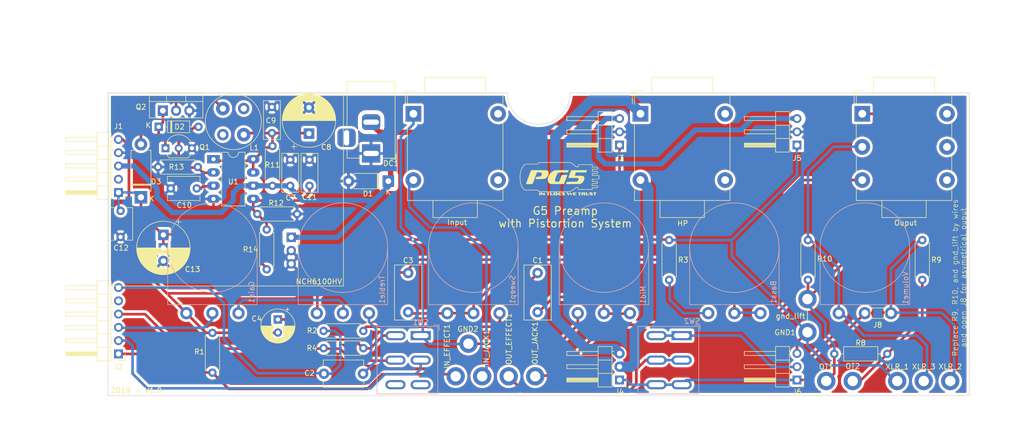
<source format=kicad_pcb>
(kicad_pcb (version 20171130) (host pcbnew "(5.1.0)-1")
  (layers (0 F.Cu signal) (31 B.Cu signal) (34 B.Paste user) (35 F.Paste user) (36 B.SilkS user) (37 F.SilkS user) (38 B.Mask user) (39 F.Mask user) (44 Edge.Cuts user))
  (net 0 "")
  (net 1 +24V)
  (net 2 "Net-(C1-Pad2)")
  (net 3 "Net-(C1-Pad1)")
  (net 4 "Net-(C2-Pad1)")
  (net 5 "Net-(C4-Pad1)")
  (net 6 "Net-(IN_JACK1-Pad1)")
  (net 7 "Net-(OUT_JACK1-Pad1)")
  (net 8 "Net-(R2-Pad2)")
  (net 9 "Net-(Bass1-Pad1)")
  (net 10 "Net-(Bass1-Pad2)")
  (net 11 "Net-(OUT_EFFECT1-Pad1)")
  (net 12 /SIMCAB_OUT)
  (net 13 "Net-(Gain1-Pad3)")
  (net 14 "Net-(GND1-Pad1)")
  (net 15 "Net-(OT2-Pad1)")
  (net 16 /A_V1A)
  (net 17 /G_V1B)
  (net 18 /IN_EFFECT)
  (net 19 /K_V1B)
  (net 20 "Net-(Ouput1-PadR)")
  (net 21 GNDS)
  (net 22 "Net-(J8-Pad1)")
  (net 23 /PEAK)
  (net 24 "Net-(C10-Pad1)")
  (net 25 "Net-(C11-Pad1)")
  (net 26 /HT2)
  (net 27 "Net-(D2-Pad1)")
  (net 28 "Net-(D2-Pad2)")
  (net 29 /HT1)
  (net 30 GNDREF)
  (net 31 /BOOST)
  (net 32 /LINE_OUT)
  (net 33 /HP2)
  (net 34 /HP1)
  (net 35 "Net-(J1-Pad2)")
  (net 36 "Net-(J2-Pad5)")
  (net 37 "Net-(SW1-Pad3)")
  (net 38 "Net-(SW1-Pad6)")
  (module ProjectLib_main:Jack_6.35mm_Neutrik_NMJ4HCD2_Horizontal (layer F.Cu) (at 182 118.7 90)
    (fp_text reference HP (at -8.3 8.1 180) (layer F.SilkS))
    (fp_text value HP)
    (pad TN thru_hole circle (at 0 16.23 90) (size 3 3) (drill 1.5) (layers *.Cu *.Mask))
    (pad SN thru_hole circle (at 12.7 16.23 90) (size 3 3) (drill 1.5) (layers *.Cu *.Mask))
    (pad T thru_hole circle (at 0 0 90) (size 3 3) (drill 1.5) (layers *.Cu *.Mask) (net 34 /HP1))
    (pad S thru_hole rect (at 12.7 0 90) (size 3 3) (drill 1.5) (layers *.Cu *.Mask) (net 33 /HP2))
  )
  (module ProjectLib_main:Jack_6.35mm_Neutrik_NMJ4HCD2_Horizontal (layer F.Cu) (at 138.5 118.7 90)
    (fp_text reference Input (at -8.1 8.4 180) (layer F.SilkS))
    (fp_text value Input)
    (pad TN thru_hole circle (at 0 16.23 90) (size 3 3) (drill 1.5) (layers *.Cu *.Mask))
    (pad SN thru_hole circle (at 12.7 16.23 90) (size 3 3) (drill 1.5) (layers *.Cu *.Mask))
    (pad T thru_hole circle (at 0 0 90) (size 3 3) (drill 1.5) (layers *.Cu *.Mask) (net 6 "Net-(IN_JACK1-Pad1)"))
    (pad S thru_hole rect (at 12.7 0 90) (size 3 3) (drill 1.5) (layers *.Cu *.Mask) (net 21 GNDS))
  )
  (module Symbol:PG5_Logo_15mm_SilkScreen (layer F.Cu) (at 166.5 118.2)
    (fp_text reference REF** hide)
    (fp_text value PG5_Logo_15mm_SilkScreen hide)
  )
  (module Connector_Audio:Jack_3.5mm_Neutrik_NMJ6HCD2_Horizontal (layer F.Cu) (at 224.5 118.7 90)
    (fp_text reference Ouput (at -8.2 8.3 180) (layer F.SilkS))
    (fp_text value Out)
    (pad S thru_hole rect (at 12.7 0 90) (size 3 3) (drill 1.5) (layers *.Cu *.Mask) (net 14 "Net-(GND1-Pad1)"))
    (pad T thru_hole circle (at 0 0 90) (size 3 3) (drill 1.5) (layers *.Cu *.Mask) (net 7 "Net-(OUT_JACK1-Pad1)"))
    (pad R thru_hole circle (at 6.35 0 90) (size 3 3) (drill 1.5) (layers *.Cu *.Mask) (net 20 "Net-(Ouput1-PadR)"))
    (pad SN thru_hole circle (at 12.7 16.23 90) (size 3 3) (drill 1.5) (layers *.Cu *.Mask))
    (pad TN thru_hole circle (at 0 16.23 90) (size 3 3) (drill 1.5) (layers *.Cu *.Mask))
    (pad RN thru_hole circle (at 6.35 16.23 90) (size 3 3) (drill 1.5) (layers *.Cu *.Mask))
  )
  (module Converter_DCDC:NCH6100HV (layer F.Cu) (at 125.1 139 180)
    (fp_text reference NCH6100HV (at 4.7 0.85 180) (layer F.SilkS))
    (fp_text value NCH6100HV)
    (pad 4 thru_hole rect (at 34.5 7.34 180) (size 1.8 1.8) (drill 1) (layers *.Cu *.Mask) (net 26 /HT2))
    (pad 5 thru_hole circle (at 34.5 4.8 180) (size 1.8 1.8) (drill 1) (layers *.Cu *.Mask) (net 30 GNDREF))
    (pad 1 thru_hole rect (at 10 9.33 180) (size 1.8 1.8) (drill 1) (layers *.Cu *.Mask) (net 1 +24V))
    (pad 2 thru_hole circle (at 10 6.79 180) (size 1.8 1.8) (drill 1) (layers *.Cu *.Mask) (net 30 GNDREF))
    (pad 3 thru_hole circle (at 10 4.25 180) (size 1.8 1.8) (drill 1) (layers *.Cu *.Mask) (net 30 GNDREF))
  )
  (module Capacitor_THT:CP_Radial_D6.3mm_P2.50mm (layer F.Cu) (at 112.54 145.41 270)
    (fp_text reference C4 (at -0.15 4.05) (layer F.SilkS))
    (fp_text value 22µF/35V)
    (pad 2 thru_hole circle (at 2.5 0 270) (size 1.6 1.6) (drill 0.8) (layers *.Cu *.Mask) (net 21 GNDS))
    (pad 1 thru_hole rect (at 0 0 270) (size 1.6 1.6) (drill 0.8) (layers *.Cu *.Mask) (net 5 "Net-(C4-Pad1)"))
  )
  (module Potentiometer_THT:Potentiometer_Omeg_PC16BU_Vertical (layer B.Cu) (at 95 144.2 90)
    (fp_text reference Gain1 (at 4 12.5 90) (layer B.SilkS) (effects (justify mirror)))
    (fp_text value "1M log")
    (pad 3 thru_hole circle (at 0 10 90) (size 2.34 2.34) (drill 1.3) (layers *.Cu *.Mask) (net 13 "Net-(Gain1-Pad3)"))
    (pad 2 thru_hole circle (at 0 5 90) (size 2.34 2.34) (drill 1.3) (layers *.Cu *.Mask) (net 17 /G_V1B))
    (pad 1 thru_hole circle (at 0 0 90) (size 2.34 2.34) (drill 1.3) (layers *.Cu *.Mask) (net 21 GNDS))
  )
  (module Potentiometer_THT:Potentiometer_Omeg_PC16BU_Vertical (layer B.Cu) (at 145 144.2 90)
    (fp_text reference Sweep1 (at 4.5 12.5 90) (layer B.SilkS) (effects (justify mirror)))
    (fp_text value "50k lin")
    (pad 3 thru_hole circle (at 0 10 90) (size 2.34 2.34) (drill 1.3) (layers *.Cu *.Mask) (net 8 "Net-(R2-Pad2)"))
    (pad 2 thru_hole circle (at 0 5 90) (size 2.34 2.34) (drill 1.3) (layers *.Cu *.Mask) (net 3 "Net-(C1-Pad1)"))
    (pad 1 thru_hole circle (at 0 0 90) (size 2.34 2.34) (drill 1.3) (layers *.Cu *.Mask) (net 3 "Net-(C1-Pad1)"))
  )
  (module Potentiometer_THT:Potentiometer_Omeg_PC16BU_Vertical (layer B.Cu) (at 170 144.2 90)
    (fp_text reference Mid1 (at 3.5 12.5 90) (layer B.SilkS) (effects (justify mirror)))
    (fp_text value "100k log")
    (pad 3 thru_hole circle (at 0 10 90) (size 2.34 2.34) (drill 1.3) (layers *.Cu *.Mask) (net 2 "Net-(C1-Pad2)"))
    (pad 2 thru_hole circle (at 0 5 90) (size 2.34 2.34) (drill 1.3) (layers *.Cu *.Mask) (net 2 "Net-(C1-Pad2)"))
    (pad 1 thru_hole circle (at 0 0 90) (size 2.34 2.34) (drill 1.3) (layers *.Cu *.Mask) (net 21 GNDS))
  )
  (module Potentiometer_THT:Potentiometer_Omeg_PC16BU_Vertical (layer B.Cu) (at 120 144.2 90)
    (fp_text reference Treble1 (at 4.5 12.5 90) (layer B.SilkS) (effects (justify mirror)))
    (fp_text value "250k lin")
    (pad 3 thru_hole circle (at 0 10 90) (size 2.34 2.34) (drill 1.3) (layers *.Cu *.Mask) (net 4 "Net-(C2-Pad1)"))
    (pad 2 thru_hole circle (at 0 5 90) (size 2.34 2.34) (drill 1.3) (layers *.Cu *.Mask) (net 13 "Net-(Gain1-Pad3)"))
    (pad 1 thru_hole circle (at 0 0 90) (size 2.34 2.34) (drill 1.3) (layers *.Cu *.Mask) (net 10 "Net-(Bass1-Pad2)"))
  )
  (module Potentiometer_THT:Potentiometer_Omeg_PC16BU_Vertical (layer B.Cu) (at 195 144.2 90)
    (fp_text reference Bass1 (at 4 12.5 90) (layer B.SilkS) (effects (justify mirror)))
    (fp_text value "250k log")
    (pad 3 thru_hole circle (at 0 10 90) (size 2.34 2.34) (drill 1.3) (layers *.Cu *.Mask) (net 10 "Net-(Bass1-Pad2)"))
    (pad 2 thru_hole circle (at 0 5 90) (size 2.34 2.34) (drill 1.3) (layers *.Cu *.Mask) (net 10 "Net-(Bass1-Pad2)"))
    (pad 1 thru_hole circle (at 0 0 90) (size 2.34 2.34) (drill 1.3) (layers *.Cu *.Mask) (net 9 "Net-(Bass1-Pad1)"))
  )
  (module Potentiometer_THT:Potentiometer_Omeg_PC16BU_Vertical (layer B.Cu) (at 220 144.2 90)
    (fp_text reference Volume1 (at 4.8 12.8 90) (layer B.SilkS) (effects (justify mirror)))
    (fp_text value 1k)
    (pad 3 thru_hole circle (at 0 10 90) (size 2.34 2.34) (drill 1.3) (layers *.Cu *.Mask) (net 22 "Net-(J8-Pad1)"))
    (pad 2 thru_hole circle (at 0 5 90) (size 2.34 2.34) (drill 1.3) (layers *.Cu *.Mask) (net 32 /LINE_OUT))
    (pad 1 thru_hole circle (at 0 0 90) (size 2.34 2.34) (drill 1.3) (layers *.Cu *.Mask) (net 20 "Net-(Ouput1-PadR)"))
  )
  (module Diode_THT:D_DO-41_SOD81_P7.62mm_Horizontal (layer F.Cu) (at 133.7 118.9 180)
    (fp_text reference D1 (at 3.9 -2.4) (layer F.SilkS))
    (fp_text value 1N4007)
    (fp_text user K (at 0 -2.1 180) (layer F.SilkS))
    (pad 1 thru_hole rect (at 0 0 180) (size 2.2 2.2) (drill 1.1) (layers *.Cu *.Mask) (net 1 +24V))
    (pad 2 thru_hole oval (at 7.62 0 180) (size 2.2 2.2) (drill 1.1) (layers *.Cu *.Mask) (net 30 GNDREF))
  )
  (module Connector_Wire:SolderWirePad_1x01_Drill2mm (layer F.Cu) (at 222.68 157.2)
    (fp_text reference OT2 (at 0 -2.85) (layer F.SilkS))
    (fp_text value 125A)
    (pad 1 thru_hole circle (at 0 0) (size 3.5 3.5) (drill 2) (layers *.Cu *.Mask) (net 15 "Net-(OT2-Pad1)"))
  )
  (module Connector_Wire:SolderWirePad_1x01_Drill2mm (layer F.Cu) (at 217.6 157.2)
    (fp_text reference OT1 (at 0 -2.73) (layer F.SilkS))
    (fp_text value 125A)
    (pad 1 thru_hole circle (at 0 0) (size 3.5 3.5) (drill 2) (layers *.Cu *.Mask) (net 14 "Net-(GND1-Pad1)"))
  )
  (module Connector_BarrelJack:BarrelJack_Horizontal (layer F.Cu) (at 130.4 113.6 270)
    (fp_text reference DC1 (at 1.9 -3.8) (layer F.SilkS))
    (fp_text value Barrel_Jack)
    (pad 1 thru_hole rect (at 0 0 270) (size 3.5 3.5) (drill oval 1 3) (layers *.Cu *.Mask) (net 30 GNDREF))
    (pad 2 thru_hole roundrect (at -6 0 270) (size 3 3.5) (drill oval 1 3) (layers *.Cu *.Mask) (net 1 +24V))
    (pad 3 thru_hole roundrect (at -3 4.7 270) (size 3.5 3.5) (drill oval 3 1) (layers *.Cu *.Mask))
  )
  (module Connector_Wire:SolderWirePad_1x02_P7.62mm_Drill2mm (layer F.Cu) (at 214 141.5 270)
    (fp_text reference GND1 (at 6.4 4.3) (layer F.SilkS))
    (fp_text value GND)
    (pad 1 thru_hole circle (at 0 0 270) (size 3.5 3.5) (drill 2) (layers *.Cu *.Mask) (net 14 "Net-(GND1-Pad1)"))
    (pad 2 thru_hole circle (at 6.35 0 270) (size 3.5 3.5) (drill 2) (layers *.Cu *.Mask) (net 21 GNDS))
  )
  (module Connector_Wire:SolderWirePad_1x01_Drill2mm (layer F.Cu) (at 231.2 157.2)
    (fp_text reference XLR_1 (at 0 -2.73) (layer F.SilkS))
    (fp_text value 1)
    (pad 1 thru_hole circle (at 0 0) (size 3.5 3.5) (drill 2) (layers *.Cu *.Mask) (net 21 GNDS))
  )
  (module Connector_Wire:SolderWirePad_1x01_Drill2mm (layer F.Cu) (at 241.36 157.2)
    (fp_text reference XLR_2 (at 0 -2.75) (layer F.SilkS))
    (fp_text value 2)
    (pad 1 thru_hole circle (at 0 0) (size 3.5 3.5) (drill 2) (layers *.Cu *.Mask) (net 22 "Net-(J8-Pad1)"))
  )
  (module Connector_Wire:SolderWirePad_1x01_Drill2mm (layer F.Cu) (at 236.28 157.2)
    (fp_text reference XLR_3 (at 0 -2.73) (layer F.SilkS))
    (fp_text value 3)
    (pad 1 thru_hole circle (at 0 0) (size 3.5 3.5) (drill 2) (layers *.Cu *.Mask) (net 20 "Net-(Ouput1-PadR)"))
  )
  (module Capacitor_THT:C_Disc_D7.5mm_W5.0mm_P7.50mm (layer F.Cu) (at 128.86 155.8 180)
    (fp_text reference C2 (at 10.26 0.1) (layer F.SilkS))
    (fp_text value 250pF)
    (pad 1 thru_hole circle (at 0 0 180) (size 2 2) (drill 1) (layers *.Cu *.Mask) (net 4 "Net-(C2-Pad1)"))
    (pad 2 thru_hole circle (at 7.5 0 180) (size 2 2) (drill 1) (layers *.Cu *.Mask) (net 16 /A_V1A))
  )
  (module Jumper:SolderJumper-2_P1.3mm_Open_Pad1.0x1.5mm (layer F.Cu) (at 227.45 144.2 180)
    (fp_text reference J8 (at 0 -2.25 180) (layer F.SilkS))
    (fp_text value "LEVEL 3-2")
    (pad 2 smd rect (at 0.65 0 180) (size 1 1.5) (layers F.Cu F.Mask) (net 32 /LINE_OUT))
    (pad 1 smd rect (at -0.65 0 180) (size 1 1.5) (layers F.Cu F.Mask) (net 22 "Net-(J8-Pad1)"))
  )
  (module Resistor_THT:R_Axial_DIN0207_L6.3mm_D2.5mm_P7.62mm_Horizontal (layer F.Cu) (at 100 155.6 90)
    (fp_text reference R1 (at 4 -2.5) (layer F.SilkS))
    (fp_text value 1M)
    (pad 1 thru_hole circle (at 0 0 90) (size 1.6 1.6) (drill 0.8) (layers *.Cu *.Mask) (net 18 /IN_EFFECT))
    (pad 2 thru_hole oval (at 7.62 0 90) (size 1.6 1.6) (drill 0.8) (layers *.Cu *.Mask) (net 21 GNDS))
  )
  (module Resistor_THT:R_Axial_DIN0207_L6.3mm_D2.5mm_P7.62mm_Horizontal (layer F.Cu) (at 121.3 147.6)
    (fp_text reference R2 (at -2.2 -0.05) (layer F.SilkS))
    (fp_text value 47k)
    (pad 1 thru_hole circle (at 0 0) (size 1.6 1.6) (drill 0.8) (layers *.Cu *.Mask) (net 16 /A_V1A))
    (pad 2 thru_hole oval (at 7.62 0) (size 1.6 1.6) (drill 0.8) (layers *.Cu *.Mask) (net 8 "Net-(R2-Pad2)"))
  )
  (module Resistor_THT:R_Axial_DIN0207_L6.3mm_D2.5mm_P7.62mm_Horizontal (layer F.Cu) (at 187.5 137.82 90)
    (fp_text reference R3 (at 3.82 2.7 180) (layer F.SilkS))
    (fp_text value 15k)
    (pad 1 thru_hole circle (at 0 0 90) (size 1.6 1.6) (drill 0.8) (layers *.Cu *.Mask) (net 9 "Net-(Bass1-Pad1)"))
    (pad 2 thru_hole oval (at 7.62 0 90) (size 1.6 1.6) (drill 0.8) (layers *.Cu *.Mask) (net 21 GNDS))
  )
  (module Resistor_THT:R_Axial_DIN0207_L6.3mm_D2.5mm_P7.62mm_Horizontal (layer F.Cu) (at 121.3 150.9)
    (fp_text reference R4 (at -2.25 0) (layer F.SilkS))
    (fp_text value 100k)
    (pad 2 thru_hole oval (at 7.62 0) (size 1.6 1.6) (drill 0.8) (layers *.Cu *.Mask) (net 5 "Net-(C4-Pad1)"))
    (pad 1 thru_hole circle (at 0 0) (size 1.6 1.6) (drill 0.8) (layers *.Cu *.Mask) (net 19 /K_V1B))
  )
  (module Resistor_THT:R_Axial_DIN0207_L6.3mm_D2.5mm_P10.16mm_Horizontal (layer F.Cu) (at 229.3 152 180)
    (fp_text reference R8 (at 5.1 2.1) (layer F.SilkS))
    (fp_text value 100R/2W)
    (pad 1 thru_hole circle (at 0 0 180) (size 1.6 1.6) (drill 0.8) (layers *.Cu *.Mask) (net 15 "Net-(OT2-Pad1)"))
    (pad 2 thru_hole oval (at 10.16 0 180) (size 1.6 1.6) (drill 0.8) (layers *.Cu *.Mask) (net 14 "Net-(GND1-Pad1)"))
  )
  (module Resistor_THT:R_Axial_DIN0207_L6.3mm_D2.5mm_P7.62mm_Horizontal (layer F.Cu) (at 236 130.2 270)
    (fp_text reference R9 (at 3.8 -2.7) (layer F.SilkS))
    (fp_text value 330R)
    (pad 2 thru_hole oval (at 7.62 0 270) (size 1.6 1.6) (drill 0.8) (layers *.Cu *.Mask) (net 15 "Net-(OT2-Pad1)"))
    (pad 1 thru_hole circle (at 0 0 270) (size 1.6 1.6) (drill 0.8) (layers *.Cu *.Mask) (net 22 "Net-(J8-Pad1)"))
  )
  (module Resistor_THT:R_Axial_DIN0207_L6.3mm_D2.5mm_P7.62mm_Horizontal (layer F.Cu) (at 214.1 130.2 270)
    (fp_text reference R10 (at 3.6 -3.2) (layer F.SilkS))
    (fp_text value 330R)
    (pad 1 thru_hole circle (at 0 0 270) (size 1.6 1.6) (drill 0.8) (layers *.Cu *.Mask) (net 20 "Net-(Ouput1-PadR)"))
    (pad 2 thru_hole oval (at 7.62 0 270) (size 1.6 1.6) (drill 0.8) (layers *.Cu *.Mask) (net 14 "Net-(GND1-Pad1)"))
  )
  (module Connector_Wire:SolderWirePad_1x01_Drill2mm (layer F.Cu) (at 146.6 156.3 90)
    (fp_text reference IN_EFFECT1 (at 5.75 -1.65 90) (layer F.SilkS))
    (fp_text value IN_EFFECT)
    (pad 1 thru_hole circle (at 0 0 90) (size 3.5 3.5) (drill 2) (layers *.Cu *.Mask) (net 18 /IN_EFFECT))
  )
  (module Connector_Wire:SolderWirePad_1x01_Drill2mm (layer F.Cu) (at 151.1 156.3)
    (fp_text reference IN_JACK1 (at 1.4 -5.48 90) (layer F.SilkS))
    (fp_text value IN_JACK)
    (pad 1 thru_hole circle (at 0.58 0) (size 3.5 3.5) (drill 2) (layers *.Cu *.Mask) (net 6 "Net-(IN_JACK1-Pad1)"))
  )
  (module Connector_Wire:SolderWirePad_1x01_Drill2mm (layer F.Cu) (at 155.6 156.3)
    (fp_text reference OUT_EFFECT1 (at 1.2 -7.18 90) (layer F.SilkS))
    (fp_text value 1)
    (pad 1 thru_hole circle (at 1.16 0) (size 3.5 3.5) (drill 2) (layers *.Cu *.Mask) (net 11 "Net-(OUT_EFFECT1-Pad1)"))
  )
  (module Connector_Wire:SolderWirePad_1x01_Drill2mm (layer F.Cu) (at 160.1 156.3)
    (fp_text reference OUT_JACK1 (at 1.7 -6.4 90) (layer F.SilkS))
    (fp_text value 1)
    (pad 1 thru_hole circle (at 1.74 0) (size 3.5 3.5) (drill 2) (layers *.Cu *.Mask) (net 7 "Net-(OUT_JACK1-Pad1)"))
  )
  (module Connector_PinHeader_2.54mm:PinHeader_1x03_P2.54mm_Horizontal (layer F.Cu) (at 178 112 180)
    (fp_text reference J3 (at 0 -2.5 180) (layer F.SilkS))
    (fp_text value PSU_AMP)
    (pad 3 thru_hole oval (at 0 5.08 180) (size 1.7 1.7) (drill 1) (layers *.Cu *.Mask) (net 1 +24V))
    (pad 2 thru_hole oval (at 0 2.54 180) (size 1.7 1.7) (drill 1) (layers *.Cu *.Mask) (net 30 GNDREF))
    (pad 1 thru_hole rect (at 0 0 180) (size 1.7 1.7) (drill 1) (layers *.Cu *.Mask) (net 21 GNDS))
  )
  (module Connector_PinHeader_2.54mm:PinHeader_1x03_P2.54mm_Horizontal (layer F.Cu) (at 212 112 180)
    (fp_text reference J5 (at 0 -2.5 180) (layer F.SilkS))
    (fp_text value PSU_SIMCAB)
    (pad 1 thru_hole rect (at 0 0 180) (size 1.7 1.7) (drill 1) (layers *.Cu *.Mask) (net 21 GNDS))
    (pad 2 thru_hole oval (at 0 2.54 180) (size 1.7 1.7) (drill 1) (layers *.Cu *.Mask) (net 30 GNDREF))
    (pad 3 thru_hole oval (at 0 5.08 180) (size 1.7 1.7) (drill 1) (layers *.Cu *.Mask) (net 1 +24V))
  )
  (module Connector_PinHeader_2.54mm:PinHeader_1x06_P2.54mm_Horizontal (layer F.Cu) (at 82 152 180)
    (fp_text reference J2 (at 0 -2.5 180) (layer F.SilkS))
    (fp_text value PCB_TUBE)
    (pad 1 thru_hole rect (at 0 0 180) (size 1.7 1.7) (drill 1) (layers *.Cu *.Mask) (net 18 /IN_EFFECT))
    (pad 2 thru_hole oval (at 0 2.54 180) (size 1.7 1.7) (drill 1) (layers *.Cu *.Mask) (net 31 /BOOST))
    (pad 3 thru_hole oval (at 0 5.08 180) (size 1.7 1.7) (drill 1) (layers *.Cu *.Mask) (net 17 /G_V1B))
    (pad 4 thru_hole oval (at 0 7.62 180) (size 1.7 1.7) (drill 1) (layers *.Cu *.Mask) (net 19 /K_V1B))
    (pad 5 thru_hole oval (at 0 10.16 180) (size 1.7 1.7) (drill 1) (layers *.Cu *.Mask) (net 36 "Net-(J2-Pad5)"))
    (pad 6 thru_hole oval (at 0 12.7 180) (size 1.7 1.7) (drill 1) (layers *.Cu *.Mask) (net 16 /A_V1A))
  )
  (module Connector_PinHeader_2.54mm:PinHeader_1x03_P2.54mm_Horizontal (layer F.Cu) (at 212 157 180)
    (fp_text reference J6 (at 0 -2.27 180) (layer F.SilkS))
    (fp_text value SIMCAB)
    (pad 1 thru_hole rect (at 0 0 180) (size 1.7 1.7) (drill 1) (layers *.Cu *.Mask) (net 32 /LINE_OUT))
    (pad 2 thru_hole oval (at 0 2.54 180) (size 1.7 1.7) (drill 1) (layers *.Cu *.Mask) (net 12 /SIMCAB_OUT))
    (pad 3 thru_hole oval (at 0 5.08 180) (size 1.7 1.7) (drill 1) (layers *.Cu *.Mask) (net 21 GNDS))
  )
  (module Connector_PinHeader_2.54mm:PinHeader_1x03_P2.54mm_Horizontal (layer F.Cu) (at 178 157 180)
    (fp_text reference J4 (at 0 -2.27 180) (layer F.SilkS))
    (fp_text value AMP)
    (pad 3 thru_hole oval (at 0 5.08 180) (size 1.7 1.7) (drill 1) (layers *.Cu *.Mask) (net 33 /HP2))
    (pad 2 thru_hole oval (at 0 2.54 180) (size 1.7 1.7) (drill 1) (layers *.Cu *.Mask) (net 34 /HP1))
    (pad 1 thru_hole rect (at 0 0 180) (size 1.7 1.7) (drill 1) (layers *.Cu *.Mask) (net 32 /LINE_OUT))
  )
  (module Connector_Wire:SolderWirePad_1x01_Drill2mm (layer F.Cu) (at 149.05 150.05)
    (fp_text reference GND2 (at -0.1 -2.8) (layer F.SilkS))
    (fp_text value MASSE)
    (pad 1 thru_hole circle (at 0 0) (size 3.5 3.5) (drill 2) (layers *.Cu *.Mask) (net 21 GNDS))
  )
  (module Capacitor_THT:C_Rect_L7.2mm_W3.0mm_P5.00mm_FKS2_FKP2_MKS2_MKP2 (layer F.Cu) (at 114.9 119.8 90)
    (fp_text reference C7 (at -2.3 0.1 180) (layer F.SilkS))
    (fp_text value 100n)
    (pad 2 thru_hole circle (at 5 0 90) (size 1.6 1.6) (drill 0.8) (layers *.Cu *.Mask) (net 30 GNDREF))
    (pad 1 thru_hole circle (at 0 0 90) (size 1.6 1.6) (drill 0.8) (layers *.Cu *.Mask) (net 1 +24V))
  )
  (module Capacitor_THT:CP_Radial_D10.0mm_P5.00mm (layer F.Cu) (at 118.5 109.8 90)
    (fp_text reference C8 (at -2.6 3.3 180) (layer F.SilkS))
    (fp_text value 470µ)
    (pad 2 thru_hole circle (at 5 0 90) (size 2 2) (drill 1) (layers *.Cu *.Mask) (net 30 GNDREF))
    (pad 1 thru_hole rect (at 0 0 90) (size 2 2) (drill 1) (layers *.Cu *.Mask) (net 23 /PEAK))
  )
  (module Capacitor_THT:C_Rect_L7.2mm_W3.0mm_P5.00mm_FKS2_FKP2_MKS2_MKP2 (layer F.Cu) (at 111.4 109.7 90)
    (fp_text reference C9 (at 2.4 -0.2 180) (layer F.SilkS))
    (fp_text value 100n)
    (pad 1 thru_hole circle (at 0 0 90) (size 1.6 1.6) (drill 0.8) (layers *.Cu *.Mask) (net 23 /PEAK))
    (pad 2 thru_hole circle (at 5 0 90) (size 1.6 1.6) (drill 0.8) (layers *.Cu *.Mask) (net 30 GNDREF))
  )
  (module Capacitor_THT:C_Disc_D6.0mm_W4.4mm_P5.00mm (layer F.Cu) (at 97 120.3 180)
    (fp_text reference C10 (at 2.4 -3.2 180) (layer F.SilkS))
    (fp_text value 470p)
    (pad 1 thru_hole circle (at 0 0 180) (size 1.6 1.6) (drill 0.8) (layers *.Cu *.Mask) (net 24 "Net-(C10-Pad1)"))
    (pad 2 thru_hole circle (at 5 0 180) (size 1.6 1.6) (drill 0.8) (layers *.Cu *.Mask) (net 30 GNDREF))
  )
  (module Capacitor_THT:C_Rect_L7.2mm_W3.0mm_P5.00mm_FKS2_FKP2_MKS2_MKP2 (layer F.Cu) (at 118.6 119.8 90)
    (fp_text reference C11 (at -2.2 0 180) (layer F.SilkS))
    (fp_text value 100n)
    (pad 1 thru_hole circle (at 0 0 90) (size 1.6 1.6) (drill 0.8) (layers *.Cu *.Mask) (net 25 "Net-(C11-Pad1)"))
    (pad 2 thru_hole circle (at 5 0 90) (size 1.6 1.6) (drill 0.8) (layers *.Cu *.Mask) (net 30 GNDREF))
  )
  (module Capacitor_THT:C_Disc_D6.0mm_W4.4mm_P5.00mm (layer F.Cu) (at 82.4 124.6 270)
    (fp_text reference C12 (at 7.1 -0.1 180) (layer F.SilkS))
    (fp_text value 10n/400V)
    (pad 2 thru_hole circle (at 5 0 270) (size 1.6 1.6) (drill 0.8) (layers *.Cu *.Mask) (net 30 GNDREF))
    (pad 1 thru_hole circle (at 0 0 270) (size 1.6 1.6) (drill 0.8) (layers *.Cu *.Mask) (net 26 /HT2))
  )
  (module Capacitor_THT:CP_Radial_D10.0mm_P5.00mm (layer F.Cu) (at 90.6 129.2 270)
    (fp_text reference C13 (at 6.6 -5.6) (layer F.SilkS))
    (fp_text value 4.7µ/350V)
    (pad 1 thru_hole rect (at 0 0 270) (size 2 2) (drill 1) (layers *.Cu *.Mask) (net 26 /HT2))
    (pad 2 thru_hole circle (at 5 0 270) (size 2 2) (drill 1) (layers *.Cu *.Mask) (net 30 GNDREF))
  )
  (module Diode_THT:D_DO-35_SOD27_P7.62mm_Horizontal (layer F.Cu) (at 89.7 108.5)
    (fp_text reference D2 (at 4 0) (layer F.SilkS))
    (fp_text value 1N4148)
    (fp_text user K (at -2 -0.3) (layer F.SilkS))
    (pad 1 thru_hole rect (at 0 0) (size 1.6 1.6) (drill 0.8) (layers *.Cu *.Mask) (net 27 "Net-(D2-Pad1)"))
    (pad 2 thru_hole oval (at 7.62 0) (size 1.6 1.6) (drill 0.8) (layers *.Cu *.Mask) (net 28 "Net-(D2-Pad2)"))
  )
  (module Diode_THT:D_DO-15_P10.16mm_Horizontal (layer F.Cu) (at 86.3 122 90)
    (fp_text reference D3 (at 3 2.9 180) (layer F.SilkS))
    (fp_text value BYV26)
    (fp_text user K (at -0.3 2.1 180) (layer F.SilkS))
    (pad 1 thru_hole rect (at 0 0 90) (size 2.4 2.4) (drill 1.2) (layers *.Cu *.Mask) (net 26 /HT2))
    (pad 2 thru_hole oval (at 10.16 0 90) (size 2.4 2.4) (drill 1.2) (layers *.Cu *.Mask) (net 29 /HT1))
  )
  (module Package_TO_SOT_THT:TO-92_Inline_Wide (layer F.Cu) (at 91 112.6)
    (fp_text reference Q1 (at 7.5 -0.2) (layer F.SilkS))
    (fp_text value MPS751)
    (pad 2 thru_hole circle (at 2.54 0 90) (size 1.5 1.5) (drill 0.8) (layers *.Cu *.Mask) (net 28 "Net-(D2-Pad2)"))
    (pad 3 thru_hole circle (at 5.08 0 90) (size 1.5 1.5) (drill 0.8) (layers *.Cu *.Mask) (net 30 GNDREF))
    (pad 1 thru_hole rect (at 0 0 90) (size 1.5 1.5) (drill 0.8) (layers *.Cu *.Mask) (net 27 "Net-(D2-Pad1)"))
  )
  (module Package_TO_SOT_THT:TO-220-3_Vertical (layer F.Cu) (at 90.5 105.4)
    (fp_text reference Q2 (at -4.2 -0.7) (layer F.SilkS))
    (fp_text value IRF740)
    (pad 1 thru_hole rect (at 0 0) (size 1.905 2) (drill 1.1) (layers *.Cu *.Mask) (net 27 "Net-(D2-Pad1)"))
    (pad 2 thru_hole oval (at 2.54 0) (size 1.905 2) (drill 1.1) (layers *.Cu *.Mask) (net 29 /HT1))
    (pad 3 thru_hole oval (at 5.08 0) (size 1.905 2) (drill 1.1) (layers *.Cu *.Mask) (net 30 GNDREF))
  )
  (module Resistor_THT:R_Axial_DIN0207_L6.3mm_D2.5mm_P7.62mm_Horizontal (layer F.Cu) (at 111.5 119.8 90)
    (fp_text reference R11 (at 4 0 180) (layer F.SilkS))
    (fp_text value 0.22R)
    (pad 2 thru_hole oval (at 7.62 0 90) (size 1.6 1.6) (drill 0.8) (layers *.Cu *.Mask) (net 23 /PEAK))
    (pad 1 thru_hole circle (at 0 0 90) (size 1.6 1.6) (drill 0.8) (layers *.Cu *.Mask) (net 1 +24V))
  )
  (module Resistor_THT:R_Axial_DIN0207_L6.3mm_D2.5mm_P7.62mm_Horizontal (layer F.Cu) (at 108.6 125.2)
    (fp_text reference R12 (at 3.6 -2.1) (layer F.SilkS))
    (fp_text value 1.8k)
    (pad 2 thru_hole oval (at 7.62 0) (size 1.6 1.6) (drill 0.8) (layers *.Cu *.Mask) (net 30 GNDREF))
    (pad 1 thru_hole circle (at 0 0) (size 1.6 1.6) (drill 0.8) (layers *.Cu *.Mask) (net 25 "Net-(C11-Pad1)"))
  )
  (module Resistor_THT:R_Axial_DIN0207_L6.3mm_D2.5mm_P7.62mm_Horizontal (layer F.Cu) (at 97.2 116.2 180)
    (fp_text reference R13 (at 4.1 0 180) (layer F.SilkS))
    (fp_text value 1k)
    (pad 1 thru_hole circle (at 0 0 180) (size 1.6 1.6) (drill 0.8) (layers *.Cu *.Mask) (net 28 "Net-(D2-Pad2)"))
    (pad 2 thru_hole oval (at 7.62 0 180) (size 1.6 1.6) (drill 0.8) (layers *.Cu *.Mask) (net 30 GNDREF))
  )
  (module Resistor_THT:R_Axial_DIN0207_L6.3mm_D2.5mm_P7.62mm_Horizontal (layer F.Cu) (at 110.4 135.8 90)
    (fp_text reference R14 (at 3.8 -3.1) (layer F.SilkS))
    (fp_text value 430k)
    (pad 1 thru_hole circle (at 0 0 90) (size 1.6 1.6) (drill 0.8) (layers *.Cu *.Mask) (net 26 /HT2))
    (pad 2 thru_hole oval (at 7.62 0 90) (size 1.6 1.6) (drill 0.8) (layers *.Cu *.Mask) (net 25 "Net-(C11-Pad1)"))
  )
  (module Package_DIP:DIP-8_W7.62mm_LongPads (layer F.Cu) (at 100.2 114.7)
    (fp_text reference U1 (at 3.8 4.3) (layer F.SilkS))
    (fp_text value MC34063AP)
    (pad 1 thru_hole rect (at 0 0) (size 2.4 1.6) (drill 0.8) (layers *.Cu *.Mask) (net 23 /PEAK))
    (pad 5 thru_hole oval (at 7.62 7.62) (size 2.4 1.6) (drill 0.8) (layers *.Cu *.Mask) (net 25 "Net-(C11-Pad1)"))
    (pad 2 thru_hole oval (at 0 2.54) (size 2.4 1.6) (drill 0.8) (layers *.Cu *.Mask) (net 28 "Net-(D2-Pad2)"))
    (pad 6 thru_hole oval (at 7.62 5.08) (size 2.4 1.6) (drill 0.8) (layers *.Cu *.Mask) (net 1 +24V))
    (pad 3 thru_hole oval (at 0 5.08) (size 2.4 1.6) (drill 0.8) (layers *.Cu *.Mask) (net 24 "Net-(C10-Pad1)"))
    (pad 7 thru_hole oval (at 7.62 2.54) (size 2.4 1.6) (drill 0.8) (layers *.Cu *.Mask) (net 23 /PEAK))
    (pad 4 thru_hole oval (at 0 7.62) (size 2.4 1.6) (drill 0.8) (layers *.Cu *.Mask) (net 30 GNDREF))
    (pad 8 thru_hole oval (at 7.62 0) (size 2.4 1.6) (drill 0.8) (layers *.Cu *.Mask) (net 23 /PEAK))
  )
  (module ProjectLib_main:L_Radial_D10.5mm_P5.00mm_MuRATA_1200RS (layer F.Cu) (at 106 110 180)
    (fp_text reference L1 (at -2 -2.5 180) (layer F.SilkS))
    (fp_text value 220µH/1.5A)
    (pad 2 thru_hole circle (at 4 5 180) (size 2.6 2.6) (drill 1.2) (layers *.Cu *.Mask) (net 29 /HT1))
    (pad 1 thru_hole circle (at 0 0 180) (size 2.6 2.6) (drill 1.2) (layers *.Cu *.Mask) (net 23 /PEAK))
    (pad "" thru_hole circle (at 0 5 180) (size 2.2 2.2) (drill 1.2) (layers *.Cu *.Mask))
    (pad "" thru_hole circle (at 4 0 180) (size 2.2 2.2) (drill 1.2) (layers *.Cu *.Mask))
  )
  (module Switch_lever:SW_CK_Lever_DPDT_72xx (layer B.Cu) (at 189.9 148.5 180)
    (fp_text reference SW2 (at -2 2.75) (layer B.SilkS) (effects (justify mirror)))
    (fp_text value SIMCAB)
    (pad 1 thru_hole rect (at 0 0 180) (size 3.85 1.73) (drill oval 2.99 0.96) (layers *.Cu *.Mask) (net 12 /SIMCAB_OUT))
    (pad 2 thru_hole oval (at 0 -4.7 180) (size 3.85 1.73) (drill oval 2.99 0.96) (layers *.Cu *.Mask) (net 11 "Net-(OUT_EFFECT1-Pad1)"))
    (pad 3 thru_hole oval (at 0 -9.4 180) (size 3.85 1.73) (drill oval 2.99 0.96) (layers *.Cu *.Mask) (net 32 /LINE_OUT))
    (pad 5 thru_hole oval (at 4.83 -4.7 180) (size 3.85 1.73) (drill oval 2.99 0.96) (layers *.Cu *.Mask) (net 11 "Net-(OUT_EFFECT1-Pad1)"))
    (pad 6 thru_hole oval (at 4.83 -9.4 180) (size 3.85 1.73) (drill oval 2.99 0.96) (layers *.Cu *.Mask) (net 32 /LINE_OUT))
    (pad 4 thru_hole oval (at 4.83 0 180) (size 3.85 1.73) (drill oval 2.99 0.96) (layers *.Cu *.Mask) (net 12 /SIMCAB_OUT))
  )
  (module Connector_PinHeader_2.54mm:PinHeader_1x05_P2.54mm_Horizontal (layer F.Cu) (at 82 121.08 180)
    (fp_text reference J1 (at 0 12.68 180) (layer F.SilkS))
    (fp_text value PSU_TUBE)
    (pad 1 thru_hole rect (at 0 0 180) (size 1.7 1.7) (drill 1) (layers *.Cu *.Mask) (net 26 /HT2))
    (pad 2 thru_hole oval (at 0 2.54 180) (size 1.7 1.7) (drill 1) (layers *.Cu *.Mask) (net 35 "Net-(J1-Pad2)"))
    (pad 3 thru_hole oval (at 0 5.08 180) (size 1.7 1.7) (drill 1) (layers *.Cu *.Mask) (net 1 +24V))
    (pad 4 thru_hole oval (at 0 7.62 180) (size 1.7 1.7) (drill 1) (layers *.Cu *.Mask) (net 30 GNDREF))
    (pad 5 thru_hole oval (at 0 10.16 180) (size 1.7 1.7) (drill 1) (layers *.Cu *.Mask) (net 21 GNDS))
  )
  (module Switch_lever:SW_CK_Lever_DPDT_72xx (layer B.Cu) (at 139.9 148.5 180)
    (fp_text reference SW1 (at 0 2.54) (layer B.SilkS) (effects (justify mirror)))
    (fp_text value Boost)
    (pad 1 thru_hole rect (at 0 0 180) (size 3.85 1.73) (drill oval 2.99 0.96) (layers *.Cu *.Mask) (net 21 GNDS))
    (pad 2 thru_hole oval (at 0 -4.7 180) (size 3.85 1.73) (drill oval 2.99 0.96) (layers *.Cu *.Mask) (net 31 /BOOST))
    (pad 3 thru_hole oval (at 0 -9.4 180) (size 3.85 1.73) (drill oval 2.99 0.96) (layers *.Cu *.Mask) (net 37 "Net-(SW1-Pad3)"))
    (pad 5 thru_hole oval (at 4.83 -4.7 180) (size 3.85 1.73) (drill oval 2.99 0.96) (layers *.Cu *.Mask) (net 19 /K_V1B))
    (pad 6 thru_hole oval (at 4.83 -9.4 180) (size 3.85 1.73) (drill oval 2.99 0.96) (layers *.Cu *.Mask) (net 38 "Net-(SW1-Pad6)"))
    (pad 4 thru_hole oval (at 4.83 0 180) (size 3.85 1.73) (drill oval 2.99 0.96) (layers *.Cu *.Mask) (net 5 "Net-(C4-Pad1)"))
  )
  (module Capacitor_THT:C_Rect_L10.3mm_W5.0mm_P7.50mm_MKS4 (layer F.Cu) (at 162.3 136.5 270)
    (fp_text reference C1 (at -2.4 0) (layer F.SilkS))
    (fp_text value 47nF)
    (pad 2 thru_hole circle (at 7.5 0 270) (size 2 2) (drill 1) (layers *.Cu *.Mask) (net 2 "Net-(C1-Pad2)"))
    (pad 1 thru_hole circle (at 0 0 270) (size 2 2) (drill 1) (layers *.Cu *.Mask) (net 3 "Net-(C1-Pad1)"))
  )
  (module Capacitor_THT:C_Rect_L10.3mm_W5.0mm_P7.50mm_MKS4 (layer F.Cu) (at 137.5 136.5 270)
    (fp_text reference C3 (at -2.4 0) (layer F.SilkS))
    (fp_text value 100nF)
    (pad 1 thru_hole circle (at 0 0 270) (size 2 2) (drill 1) (layers *.Cu *.Mask) (net 10 "Net-(Bass1-Pad2)"))
    (pad 2 thru_hole circle (at 7.5 0 270) (size 2 2) (drill 1) (layers *.Cu *.Mask) (net 3 "Net-(C1-Pad1)"))
  )
  (gr_text "2019 - V1.0" (at 85.4 159) (layer F.SilkS) (effects (font (size 1 1))))
  (gr_text "G5 Preamp\nwith Pistortion System" (at 167.6 125.8) (layer F.SilkS) (effects (font (size 1.5 1.5) (thickness 0.2))))
  (gr_text "Replace R9, R10, and gnd_lift by wires\nand open J8 for asymetrical ouput" (at 243.1 137.4 90) (layer F.SilkS) (effects (font (size 1 1) (thickness 0.1))))
  (gr_text gnd_lift (at 210.75 144.75) (layer F.SilkS) (effects (font (size 1 1))))
  (gr_line (start 214 143.5) (end 214 145.75) (layer F.SilkS) (width 0.15))
  (gr_arc (start 162.5 102) (end 156.5 102) (angle -180) (layer Edge.Cuts) (width 0.1))
  (gr_line (start 80 102) (end 156.5 102) (layer Edge.Cuts) (width 0.1))
  (gr_line (start 80 160) (end 80 102) (layer Edge.Cuts) (width 0.1))
  (gr_line (start 245 102) (end 168.5 102) (layer Edge.Cuts) (width 0.1))
  (gr_line (start 245 160) (end 245 102) (layer Edge.Cuts) (width 0.1))
  (gr_line (start 80 160) (end 245 160) (layer Edge.Cuts) (width 0.1))
  (segment (start 212 106.9) (end 203.5 106.9) (width 1) (layer B.Cu) (net 1))
  (segment (start 82 116) (end 81.9 116.1) (width 1) (layer F.Cu) (net 1))
  (segment (start 82.1 116) (end 82.05 116) (width 1) (layer B.Cu) (net 1))
  (segment (start 83.202081 116) (end 82 116) (width 1) (layer B.Cu) (net 1))
  (segment (start 85 116) (end 83.202081 116) (width 1) (layer B.Cu) (net 1))
  (segment (start 89.359998 120.359998) (end 85 116) (width 1) (layer B.Cu) (net 1))
  (segment (start 170.550001 109.549999) (end 134.700001 109.549999) (width 1) (layer F.Cu) (net 1))
  (segment (start 178.1 106.9) (end 173.2 106.9) (width 1) (layer F.Cu) (net 1))
  (segment (start 173.2 106.9) (end 170.550001 109.549999) (width 1) (layer F.Cu) (net 1))
  (segment (start 134.700001 109.549999) (end 134.449999 109.549999) (width 1) (layer F.Cu) (net 1))
  (segment (start 134.449999 109.549999) (end 132.049999 109.549999) (width 1) (layer F.Cu) (net 1))
  (segment (start 132.049999 109.549999) (end 130.1 107.6) (width 1) (layer F.Cu) (net 1))
  (segment (start 201.3 109.1) (end 199.4 109.1) (width 1) (layer B.Cu) (net 1))
  (segment (start 203.5 106.9) (end 201.3 109.1) (width 1) (layer B.Cu) (net 1))
  (segment (start 175.45 106.9) (end 178.1 106.9) (width 1) (layer B.Cu) (net 1))
  (segment (start 192.5 109.1) (end 186 115.6) (width 1) (layer B.Cu) (net 1))
  (segment (start 199.4 109.1) (end 192.5 109.1) (width 1) (layer B.Cu) (net 1))
  (segment (start 186 115.6) (end 175.25 115.6) (width 1) (layer B.Cu) (net 1))
  (segment (start 175.25 115.6) (end 173.95 114.3) (width 1) (layer B.Cu) (net 1))
  (segment (start 173.95 114.3) (end 173.95 108.4) (width 1) (layer B.Cu) (net 1))
  (segment (start 173.95 108.4) (end 175.45 106.9) (width 1) (layer B.Cu) (net 1))
  (segment (start 89.4 121.5) (end 89.4 120.4) (width 1) (layer B.Cu) (net 1))
  (segment (start 92.3 124.9) (end 89.4 122) (width 1) (layer B.Cu) (net 1))
  (segment (start 107.54 119.8) (end 105.3 119.8) (width 1) (layer B.Cu) (net 1))
  (segment (start 107.82 120.08) (end 107.54 119.8) (width 1) (layer B.Cu) (net 1))
  (segment (start 89.4 122) (end 89.4 121.5) (width 1) (layer B.Cu) (net 1))
  (segment (start 105.3 119.8) (end 104 121.1) (width 1) (layer B.Cu) (net 1))
  (segment (start 104 121.1) (end 104 122.6) (width 1) (layer B.Cu) (net 1))
  (segment (start 104 122.6) (end 101.7 124.9) (width 1) (layer B.Cu) (net 1))
  (segment (start 101.7 124.9) (end 92.3 124.9) (width 1) (layer B.Cu) (net 1))
  (segment (start 111.8 119.8) (end 107.8 119.8) (width 1) (layer B.Cu) (net 1))
  (segment (start 114.5 119.8) (end 111.8 119.8) (width 1) (layer B.Cu) (net 1))
  (segment (start 117.3 122.6) (end 114.5 119.8) (width 1) (layer B.Cu) (net 1))
  (segment (start 131 122.6) (end 117.3 122.6) (width 1) (layer B.Cu) (net 1))
  (segment (start 123.93 129.67) (end 131 122.6) (width 1) (layer B.Cu) (net 1))
  (segment (start 115.1 129.67) (end 123.93 129.67) (width 1) (layer B.Cu) (net 1))
  (segment (start 133.8 119.8) (end 131 122.6) (width 1) (layer B.Cu) (net 1))
  (segment (start 133.7 118.8) (end 133.8 118.9) (width 1) (layer B.Cu) (net 1))
  (segment (start 133.8 118.9) (end 133.8 119.8) (width 1) (layer B.Cu) (net 1))
  (segment (start 134.153294 118.546706) (end 133.8 118.9) (width 1) (layer F.Cu) (net 1))
  (segment (start 134.700001 109.549999) (end 134.153294 110.096706) (width 1) (layer F.Cu) (net 1))
  (segment (start 134.153294 110.096706) (end 134.153294 118.546706) (width 1) (layer F.Cu) (net 1))
  (segment (start 175.2 144.3) (end 175.1 144.2) (width 0.5) (layer F.Cu) (net 2))
  (segment (start 180 144.3) (end 175.2 144.3) (width 0.5) (layer F.Cu) (net 2))
  (segment (start 175 144) (end 175 144.3) (width 0.5) (layer F.Cu) (net 2))
  (segment (start 175 142.3) (end 175 144) (width 0.5) (layer F.Cu) (net 2))
  (segment (start 173.8 141.1) (end 175 142.3) (width 0.5) (layer F.Cu) (net 2))
  (segment (start 165.4 141.1) (end 173.8 141.1) (width 0.5) (layer F.Cu) (net 2))
  (segment (start 162.3 144.2) (end 165.4 141.1) (width 0.5) (layer F.Cu) (net 2))
  (segment (start 145 144.2) (end 150 144.2) (width 0.5) (layer F.Cu) (net 3))
  (segment (start 137.554186 144.254186) (end 137.5 144.2) (width 0.5) (layer F.Cu) (net 3))
  (segment (start 144.95 144.3) (end 144.904186 144.254186) (width 0.5) (layer F.Cu) (net 3))
  (segment (start 144.904186 144.254186) (end 137.554186 144.254186) (width 0.5) (layer F.Cu) (net 3))
  (segment (start 150.05 142.55) (end 150.05 144.15) (width 0.5) (layer F.Cu) (net 3))
  (segment (start 153.5 139.1) (end 150.05 142.55) (width 0.5) (layer F.Cu) (net 3))
  (segment (start 162.4 136.5) (end 159.8 139.1) (width 0.5) (layer F.Cu) (net 3))
  (segment (start 159.8 139.1) (end 153.5 139.1) (width 0.5) (layer F.Cu) (net 3))
  (segment (start 130 145.854629) (end 131.4 147.254629) (width 0.5) (layer B.Cu) (net 4))
  (segment (start 130 144.2) (end 130 145.854629) (width 0.5) (layer B.Cu) (net 4))
  (segment (start 131.4 147.254629) (end 131.4 153.3) (width 0.5) (layer B.Cu) (net 4))
  (segment (start 131.4 153.3) (end 128.9 155.8) (width 0.5) (layer B.Cu) (net 4))
  (segment (start 130.25 150.95) (end 131.6 149.6) (width 0.5) (layer F.Cu) (net 5))
  (segment (start 128.87 150.95) (end 130.25 150.95) (width 0.5) (layer F.Cu) (net 5))
  (segment (start 131.6 149.6) (end 132.7 148.5) (width 0.5) (layer F.Cu) (net 5))
  (segment (start 132.7 148.5) (end 135.4 148.5) (width 0.5) (layer F.Cu) (net 5))
  (segment (start 127.25 149.3) (end 128.85 150.9) (width 0.5) (layer F.Cu) (net 5))
  (segment (start 117.734002 149.3) (end 127.25 149.3) (width 0.5) (layer F.Cu) (net 5))
  (segment (start 112.4 145.41) (end 113.844002 145.41) (width 0.5) (layer F.Cu) (net 5))
  (segment (start 113.844002 145.41) (end 117.734002 149.3) (width 0.5) (layer F.Cu) (net 5))
  (segment (start 137.7 119.5) (end 138.5 118.7) (width 0.5) (layer B.Cu) (net 6))
  (segment (start 152.5 155.5) (end 152.5 132.8) (width 0.5) (layer B.Cu) (net 6))
  (segment (start 151.7 156.3) (end 152.5 155.5) (width 0.5) (layer B.Cu) (net 6))
  (segment (start 152.5 132.8) (end 147.5 127.8) (width 0.5) (layer B.Cu) (net 6))
  (segment (start 147.5 127.8) (end 141.7 127.8) (width 0.5) (layer B.Cu) (net 6))
  (segment (start 141.7 127.8) (end 137.7 123.8) (width 0.5) (layer B.Cu) (net 6))
  (segment (start 137.7 123.8) (end 137.7 119.5) (width 0.5) (layer B.Cu) (net 6))
  (segment (start 161.763473 156.163473) (end 161.8 156.2) (width 0.5) (layer F.Cu) (net 7))
  (segment (start 212.9 118.7) (end 210.1 121.5) (width 0.5) (layer F.Cu) (net 7))
  (segment (start 224.5 118.7) (end 212.9 118.7) (width 0.5) (layer F.Cu) (net 7))
  (segment (start 210.1 121.5) (end 210.1 142.25) (width 0.5) (layer F.Cu) (net 7))
  (segment (start 210.1 142.25) (end 205.931453 146.418547) (width 0.5) (layer F.Cu) (net 7))
  (segment (start 165.636527 156.163473) (end 161.763473 156.163473) (width 0.5) (layer F.Cu) (net 7))
  (segment (start 205.931453 146.418547) (end 175.381453 146.418547) (width 0.5) (layer F.Cu) (net 7))
  (segment (start 175.381453 146.418547) (end 165.636527 156.163473) (width 0.5) (layer F.Cu) (net 7))
  (segment (start 155.1 145.7) (end 155.1 144.2) (width 0.5) (layer F.Cu) (net 8))
  (segment (start 154 146.8) (end 155.1 145.7) (width 0.5) (layer F.Cu) (net 8))
  (segment (start 128.8 147.5) (end 129.5 146.8) (width 0.5) (layer F.Cu) (net 8))
  (segment (start 129.5 146.8) (end 154 146.8) (width 0.5) (layer F.Cu) (net 8))
  (segment (start 190.2 144.2) (end 195 144.2) (width 0.5) (layer B.Cu) (net 9))
  (segment (start 187.6 141.6) (end 190.2 144.2) (width 0.5) (layer B.Cu) (net 9))
  (segment (start 187.55 137.85) (end 187.6 137.9) (width 0.5) (layer B.Cu) (net 9))
  (segment (start 187.6 137.9) (end 187.6 141.6) (width 0.5) (layer B.Cu) (net 9))
  (segment (start 200.1 144.1) (end 205 144.1) (width 0.5) (layer B.Cu) (net 10))
  (segment (start 200 144.1) (end 200.1 144.2) (width 0.5) (layer F.Cu) (net 10))
  (segment (start 200 139.5) (end 200 144.1) (width 0.5) (layer F.Cu) (net 10))
  (segment (start 194.45 133.95) (end 200 139.5) (width 0.5) (layer F.Cu) (net 10))
  (segment (start 119.9 144.2) (end 120.1 144) (width 0.5) (layer F.Cu) (net 10))
  (segment (start 120.1 144) (end 120.1 141) (width 0.5) (layer F.Cu) (net 10))
  (segment (start 120.1 141) (end 124.7 136.4) (width 0.5) (layer F.Cu) (net 10))
  (segment (start 124.7 136.4) (end 136.9 136.4) (width 0.5) (layer F.Cu) (net 10))
  (segment (start 136.9 136.4) (end 139.35 133.95) (width 0.5) (layer F.Cu) (net 10))
  (segment (start 139.35 133.95) (end 194.45 133.95) (width 0.5) (layer F.Cu) (net 10))
  (segment (start 185.17 153.2) (end 187.345 153.2) (width 0.5) (layer B.Cu) (net 11))
  (segment (start 187.345 153.2) (end 190.1 153.2) (width 0.5) (layer B.Cu) (net 11))
  (segment (start 159.59999 159.19999) (end 156.9 156.5) (width 0.5) (layer F.Cu) (net 11))
  (segment (start 179.80001 159.19999) (end 159.59999 159.19999) (width 0.5) (layer F.Cu) (net 11))
  (segment (start 181.2 157.8) (end 179.80001 159.19999) (width 0.5) (layer F.Cu) (net 11))
  (segment (start 181.2 154.995) (end 181.2 157.8) (width 0.5) (layer F.Cu) (net 11))
  (segment (start 185.17 153.2) (end 182.995 153.2) (width 0.5) (layer F.Cu) (net 11))
  (segment (start 182.995 153.2) (end 181.2 154.995) (width 0.5) (layer F.Cu) (net 11))
  (segment (start 185.17 148.5) (end 190.2 148.5) (width 0.5) (layer B.Cu) (net 12))
  (segment (start 190.2 148.5) (end 201.2 148.5) (width 0.5) (layer B.Cu) (net 12))
  (segment (start 201.2 148.5) (end 207.2 154.5) (width 0.5) (layer B.Cu) (net 12))
  (segment (start 207.2 154.5) (end 212 154.5) (width 0.5) (layer B.Cu) (net 12))
  (segment (start 104.9 144.2) (end 105 144.1) (width 0.5) (layer F.Cu) (net 13))
  (segment (start 125.1 142.55) (end 125.1 143.2) (width 0.5) (layer B.Cu) (net 13))
  (segment (start 124.25 141.7) (end 125.1 142.55) (width 0.5) (layer B.Cu) (net 13))
  (segment (start 105.85 141.7) (end 124.25 141.7) (width 0.5) (layer B.Cu) (net 13))
  (segment (start 105 144.1) (end 105 142.55) (width 0.5) (layer B.Cu) (net 13))
  (segment (start 105 142.55) (end 105.85 141.7) (width 0.5) (layer B.Cu) (net 13))
  (segment (start 214.1 137.5) (end 214.1 141.5) (width 0.5) (layer F.Cu) (net 14))
  (segment (start 214.1 142.7) (end 214.1 141.3) (width 0.5) (layer F.Cu) (net 14))
  (segment (start 219.149999 155.730001) (end 219.149999 151.999999) (width 0.5) (layer F.Cu) (net 14))
  (segment (start 217.4 157.48) (end 219.149999 155.730001) (width 0.5) (layer F.Cu) (net 14))
  (segment (start 219.149999 151.999999) (end 219.1 151.95) (width 0.5) (layer F.Cu) (net 14))
  (segment (start 217.45 146.05) (end 214.1 142.7) (width 0.5) (layer B.Cu) (net 14))
  (segment (start 217.45 148.55) (end 217.45 146.05) (width 0.5) (layer B.Cu) (net 14))
  (segment (start 219.149999 150.249999) (end 217.45 148.55) (width 0.5) (layer B.Cu) (net 14))
  (segment (start 219.1 151.900002) (end 219.149999 151.950001) (width 0.5) (layer B.Cu) (net 14))
  (segment (start 219.149999 151.950001) (end 219.149999 150.249999) (width 0.5) (layer B.Cu) (net 14))
  (segment (start 215.749999 139.750001) (end 214 141.5) (width 0.5) (layer F.Cu) (net 14))
  (segment (start 228.5 127) (end 215.749999 139.750001) (width 0.5) (layer F.Cu) (net 14))
  (segment (start 228.5 107.7) (end 228.5 127) (width 0.5) (layer F.Cu) (net 14))
  (segment (start 224.5 106) (end 226.8 106) (width 0.5) (layer F.Cu) (net 14))
  (segment (start 226.8 106) (end 228.5 107.7) (width 0.5) (layer F.Cu) (net 14))
  (segment (start 236 138) (end 235.9 137.9) (width 0.5) (layer B.Cu) (net 15))
  (segment (start 236 145.3) (end 236 138) (width 0.5) (layer F.Cu) (net 15))
  (segment (start 224 157.6) (end 224 157.3) (width 0.5) (layer B.Cu) (net 15))
  (segment (start 236 145.3) (end 229.3 152) (width 0.5) (layer F.Cu) (net 15))
  (segment (start 229.3 152) (end 224 157.3) (width 0.5) (layer F.Cu) (net 15))
  (segment (start 224 157.3) (end 224 157.7) (width 0.5) (layer F.Cu) (net 15))
  (segment (start 122.814213 155.8) (end 124.5 154.114213) (width 0.5) (layer B.Cu) (net 16))
  (segment (start 121.4 155.8) (end 122.814213 155.8) (width 0.5) (layer B.Cu) (net 16))
  (segment (start 124.5 154.114213) (end 124.5 150.8) (width 0.5) (layer B.Cu) (net 16))
  (segment (start 124.5 150.8) (end 124.5 148.6) (width 0.5) (layer B.Cu) (net 16))
  (segment (start 124.5 148.6) (end 123.5 147.6) (width 0.5) (layer B.Cu) (net 16))
  (segment (start 123.5 147.6) (end 121.3 147.6) (width 0.5) (layer B.Cu) (net 16))
  (segment (start 108.6 155.7) (end 121.4 155.7) (width 0.5) (layer B.Cu) (net 16))
  (segment (start 102.2 149.3) (end 108.6 155.7) (width 0.5) (layer B.Cu) (net 16))
  (segment (start 102.2 142.3) (end 102.2 149.3) (width 0.5) (layer B.Cu) (net 16))
  (segment (start 82 139.3) (end 99.2 139.3) (width 0.5) (layer B.Cu) (net 16))
  (segment (start 99.2 139.3) (end 102.2 142.3) (width 0.5) (layer B.Cu) (net 16))
  (segment (start 82.1 147) (end 82 146.9) (width 0.5) (layer F.Cu) (net 17))
  (segment (start 96.3 147) (end 82.1 147) (width 0.5) (layer B.Cu) (net 17))
  (segment (start 100 144.2) (end 99.95 144.2) (width 0.5) (layer F.Cu) (net 17))
  (segment (start 98.4 147) (end 96.4 147) (width 0.5) (layer B.Cu) (net 17))
  (segment (start 99.95 144.2) (end 99.95 145.45) (width 0.5) (layer B.Cu) (net 17))
  (segment (start 99.95 145.45) (end 98.4 147) (width 0.5) (layer B.Cu) (net 17))
  (segment (start 87.2 152) (end 82.1 152) (width 0.5) (layer F.Cu) (net 18))
  (segment (start 146.3 155.9) (end 132.5 155.9) (width 0.5) (layer F.Cu) (net 18))
  (segment (start 90.766947 155.566947) (end 87.2 152) (width 0.5) (layer F.Cu) (net 18))
  (segment (start 146.7 156.3) (end 146.3 155.9) (width 0.5) (layer F.Cu) (net 18))
  (segment (start 132.5 155.9) (end 129.7 158.7) (width 0.5) (layer F.Cu) (net 18))
  (segment (start 129.7 158.7) (end 103.1 158.7) (width 0.5) (layer F.Cu) (net 18))
  (segment (start 103.1 158.7) (end 99.966947 155.566947) (width 0.5) (layer F.Cu) (net 18))
  (segment (start 99.966947 155.566947) (end 90.766947 155.566947) (width 0.5) (layer F.Cu) (net 18))
  (segment (start 82 144.38) (end 82.02 144.4) (width 0.5) (layer B.Cu) (net 19))
  (segment (start 132.3 153.3) (end 135.2 153.3) (width 0.5) (layer F.Cu) (net 19))
  (segment (start 126.75 153.3) (end 132.3 153.3) (width 0.5) (layer F.Cu) (net 19))
  (segment (start 124.45 151) (end 126.75 153.3) (width 0.5) (layer F.Cu) (net 19))
  (segment (start 93.7 151) (end 124.45 151) (width 0.5) (layer F.Cu) (net 19))
  (segment (start 82.02 144.4) (end 87.1 144.4) (width 0.5) (layer F.Cu) (net 19))
  (segment (start 87.1 144.4) (end 93.7 151) (width 0.5) (layer F.Cu) (net 19))
  (segment (start 220 135.6) (end 220 144.2) (width 0.5) (layer B.Cu) (net 20))
  (segment (start 219 112.3) (end 214.1 117.2) (width 0.5) (layer B.Cu) (net 20))
  (segment (start 224.4 112.3) (end 219 112.3) (width 0.5) (layer B.Cu) (net 20))
  (segment (start 214.1 117.2) (end 214.1 129.4) (width 0.5) (layer B.Cu) (net 20))
  (segment (start 214.1 129.4) (end 214.5 129.8) (width 0.5) (layer B.Cu) (net 20))
  (segment (start 214.5 129.8) (end 214.2 129.8) (width 0.5) (layer B.Cu) (net 20))
  (segment (start 214.2 129.8) (end 220 135.6) (width 0.5) (layer B.Cu) (net 20))
  (segment (start 236.9 150.4) (end 236.9 157.7) (width 0.5) (layer B.Cu) (net 20))
  (segment (start 235 148.5) (end 236.9 150.4) (width 0.5) (layer B.Cu) (net 20))
  (segment (start 220 143.654629) (end 224.845371 148.5) (width 0.5) (layer B.Cu) (net 20))
  (segment (start 224.845371 148.5) (end 235 148.5) (width 0.5) (layer B.Cu) (net 20))
  (segment (start 212 151.92) (end 212 149.8) (width 0.5) (layer F.Cu) (net 21))
  (segment (start 212 149.8) (end 214 147.8) (width 0.5) (layer F.Cu) (net 21))
  (segment (start 214 150.35) (end 214 148) (width 0.5) (layer B.Cu) (net 21))
  (segment (start 217.85 154.2) (end 214 150.35) (width 0.5) (layer B.Cu) (net 21))
  (segment (start 231.14 157.48) (end 227.86 154.2) (width 0.5) (layer B.Cu) (net 21))
  (segment (start 227.86 154.2) (end 217.85 154.2) (width 0.5) (layer B.Cu) (net 21))
  (segment (start 170 144.1) (end 169.95 144.05) (width 0.5) (layer F.Cu) (net 21))
  (segment (start 170 146.45) (end 170 144.1) (width 0.5) (layer F.Cu) (net 21))
  (segment (start 149.05 150.05) (end 166.4 150.05) (width 0.5) (layer F.Cu) (net 21))
  (segment (start 166.4 150.05) (end 170 146.45) (width 0.5) (layer F.Cu) (net 21))
  (segment (start 187.5 130.25) (end 187.55 130.2) (width 0.5) (layer B.Cu) (net 21))
  (segment (start 187.55 130.2) (end 196.35 130.2) (width 0.5) (layer B.Cu) (net 21))
  (segment (start 112.255396 147.954604) (end 112.29 147.92) (width 0.5) (layer F.Cu) (net 21))
  (segment (start 104.954604 147.954604) (end 112.255396 147.954604) (width 0.5) (layer F.Cu) (net 21))
  (segment (start 98.754604 147.954604) (end 104.954604 147.954604) (width 0.5) (layer F.Cu) (net 21))
  (segment (start 95 144.2) (end 98.754604 147.954604) (width 0.5) (layer F.Cu) (net 21))
  (segment (start 82.8 110.9) (end 82 110.9) (width 0.5) (layer F.Cu) (net 21))
  (segment (start 84 112.1) (end 82.8 110.9) (width 0.5) (layer F.Cu) (net 21))
  (segment (start 84 133.15) (end 84 112.1) (width 0.5) (layer F.Cu) (net 21))
  (segment (start 95.125 144.275) (end 85.625 134.775) (width 0.5) (layer F.Cu) (net 21))
  (segment (start 85.625 134.775) (end 84 133.15) (width 0.5) (layer F.Cu) (net 21))
  (segment (start 141.55 150.1) (end 140.15 148.7) (width 0.5) (layer B.Cu) (net 21))
  (segment (start 149.1 150.1) (end 141.55 150.1) (width 0.5) (layer B.Cu) (net 21))
  (segment (start 140.15 148.7) (end 140 148.7) (width 0.5) (layer B.Cu) (net 21))
  (segment (start 212 112) (end 212 117.7) (width 0.5) (layer B.Cu) (net 21))
  (segment (start 212 117.7) (end 199.5 130.2) (width 0.5) (layer B.Cu) (net 21))
  (segment (start 196.35 130.2) (end 199.5 130.2) (width 0.5) (layer B.Cu) (net 21))
  (segment (start 199.5 133.35) (end 214 147.85) (width 0.5) (layer B.Cu) (net 21))
  (segment (start 199.5 130.2) (end 199.5 133.35) (width 0.5) (layer B.Cu) (net 21))
  (segment (start 187.45 130.2) (end 187.35 130.1) (width 0.5) (layer F.Cu) (net 21))
  (segment (start 187.35 130.1) (end 167.5 130.1) (width 0.5) (layer F.Cu) (net 21))
  (segment (start 178 129) (end 178 112) (width 0.5) (layer F.Cu) (net 21))
  (segment (start 167.5 130.1) (end 176.9 130.1) (width 0.5) (layer F.Cu) (net 21))
  (segment (start 176.9 130.1) (end 178 129) (width 0.5) (layer F.Cu) (net 21))
  (segment (start 91.25 140.4) (end 85.625 134.775) (width 0.5) (layer F.Cu) (net 21))
  (segment (start 115.6 140.4) (end 91.25 140.4) (width 0.5) (layer F.Cu) (net 21))
  (segment (start 122.8 133.2) (end 115.6 140.4) (width 0.5) (layer F.Cu) (net 21))
  (segment (start 128.3 133.2) (end 122.8 133.2) (width 0.5) (layer F.Cu) (net 21))
  (segment (start 167.5 130.1) (end 131.4 130.1) (width 0.5) (layer F.Cu) (net 21))
  (segment (start 131.4 130.1) (end 128.3 133.2) (width 0.5) (layer F.Cu) (net 21))
  (via (at 138.4 130.1) (size 0.8) (drill 0.4) (layers F.Cu B.Cu) (net 21))
  (segment (start 138.799999 130.499999) (end 138.4 130.1) (width 0.5) (layer B.Cu) (net 21))
  (segment (start 140.3 132) (end 138.799999 130.499999) (width 0.5) (layer B.Cu) (net 21))
  (segment (start 139.9 148.5) (end 140.3 148.1) (width 0.5) (layer B.Cu) (net 21))
  (segment (start 140.3 148.1) (end 140.3 132) (width 0.5) (layer B.Cu) (net 21))
  (segment (start 138.000001 129.700001) (end 138.4 130.1) (width 0.5) (layer B.Cu) (net 21))
  (segment (start 136.1 127.8) (end 138.000001 129.700001) (width 0.5) (layer B.Cu) (net 21))
  (segment (start 136.1 110.4) (end 136.1 127.8) (width 0.5) (layer B.Cu) (net 21))
  (segment (start 138.5 106) (end 138.5 108) (width 0.5) (layer B.Cu) (net 21))
  (segment (start 138.5 108) (end 136.1 110.4) (width 0.5) (layer B.Cu) (net 21))
  (segment (start 229.9 144.1) (end 230 144.2) (width 0.5) (layer F.Cu) (net 22))
  (segment (start 228.2 144.1) (end 229.9 144.1) (width 0.5) (layer F.Cu) (net 22))
  (segment (start 230 144.2) (end 230.1 144.1) (width 0.5) (layer F.Cu) (net 22))
  (segment (start 242.1 146.5) (end 242.1 157.5) (width 0.5) (layer B.Cu) (net 22))
  (segment (start 235.6 130.1) (end 230 135.7) (width 0.5) (layer B.Cu) (net 22))
  (segment (start 235.9 130.1) (end 235.6 130.1) (width 0.5) (layer B.Cu) (net 22))
  (segment (start 230 135.7) (end 230 144) (width 0.5) (layer B.Cu) (net 22))
  (segment (start 230 144) (end 230.1 144.1) (width 0.5) (layer B.Cu) (net 22))
  (segment (start 230.1 144.1) (end 239.7 144.1) (width 0.5) (layer B.Cu) (net 22))
  (segment (start 239.7 144.1) (end 242.1 146.5) (width 0.5) (layer B.Cu) (net 22))
  (segment (start 111.5 109.7) (end 118.4 109.7) (width 0.5) (layer F.Cu) (net 23))
  (segment (start 111.5 109.7) (end 111.5 112.5) (width 0.5) (layer F.Cu) (net 23))
  (segment (start 111.5 112.5) (end 110.3 112.5) (width 0.5) (layer F.Cu) (net 23))
  (segment (start 110.3 112.5) (end 107.8 115) (width 0.5) (layer F.Cu) (net 23))
  (segment (start 111.5 109.7) (end 106.3 109.7) (width 0.5) (layer F.Cu) (net 23))
  (segment (start 100.2 115) (end 107.8 115) (width 0.5) (layer F.Cu) (net 23))
  (segment (start 107.8 115) (end 107.8 117.5) (width 0.5) (layer F.Cu) (net 23))
  (segment (start 100.1 119.9) (end 100.2 119.8) (width 0.5) (layer F.Cu) (net 24))
  (segment (start 98.2 119.9) (end 100.1 119.9) (width 0.5) (layer F.Cu) (net 24))
  (segment (start 97 120.3) (end 97.8 120.3) (width 0.5) (layer F.Cu) (net 24))
  (segment (start 97.8 120.3) (end 98.2 119.9) (width 0.5) (layer F.Cu) (net 24))
  (segment (start 118.6 121.1) (end 118.6 119.8) (width 0.5) (layer F.Cu) (net 25))
  (segment (start 117.08 122.62) (end 118.6 121.1) (width 0.5) (layer F.Cu) (net 25))
  (segment (start 107.82 122.62) (end 117.08 122.62) (width 0.5) (layer F.Cu) (net 25))
  (segment (start 108.6 125.2) (end 107.82 124.42) (width 0.5) (layer F.Cu) (net 25))
  (segment (start 107.82 124.42) (end 107.82 122.62) (width 0.5) (layer F.Cu) (net 25))
  (segment (start 110.4 127) (end 108.6 125.2) (width 0.5) (layer F.Cu) (net 25))
  (segment (start 110.4 128.2) (end 110.4 127) (width 0.5) (layer F.Cu) (net 25))
  (segment (start 82 121.08) (end 86.28 121.08) (width 0.5) (layer B.Cu) (net 26))
  (segment (start 86.28 121.08) (end 86.3 121.1) (width 0.5) (layer B.Cu) (net 26))
  (segment (start 90.6 131.66) (end 90.6 129) (width 0.5) (layer F.Cu) (net 26))
  (segment (start 90.6 129.2) (end 90.7 129.3) (width 0.5) (layer F.Cu) (net 26))
  (segment (start 86.3 125) (end 86.3 121.1) (width 0.5) (layer F.Cu) (net 26))
  (segment (start 90.4 129.1) (end 86.3 125) (width 0.5) (layer F.Cu) (net 26))
  (segment (start 103.9 129.1) (end 90.4 129.1) (width 0.5) (layer F.Cu) (net 26))
  (segment (start 110.4 135.9) (end 110.4 135.6) (width 0.5) (layer F.Cu) (net 26))
  (segment (start 110.4 135.6) (end 103.9 129.1) (width 0.5) (layer F.Cu) (net 26))
  (segment (start 82 121.08) (end 82 124) (width 0.5) (layer B.Cu) (net 26))
  (segment (start 82 124) (end 82.6 124.6) (width 0.5) (layer B.Cu) (net 26))
  (segment (start 90.5 105.4) (end 90.5 107.7) (width 0.5) (layer F.Cu) (net 27))
  (segment (start 90.5 107.7) (end 89.7 108.5) (width 0.5) (layer F.Cu) (net 27))
  (segment (start 89.7 109.8) (end 91 111.1) (width 0.5) (layer F.Cu) (net 27))
  (segment (start 89.7 108.5) (end 89.7 109.8) (width 0.5) (layer F.Cu) (net 27))
  (segment (start 91 111.1) (end 91 112.7) (width 0.5) (layer F.Cu) (net 27))
  (segment (start 93.54 111.53934) (end 96.57934 108.5) (width 0.5) (layer F.Cu) (net 28))
  (segment (start 93.54 112.6) (end 93.54 111.53934) (width 0.5) (layer F.Cu) (net 28))
  (segment (start 96.57934 108.5) (end 97.3 108.5) (width 0.5) (layer F.Cu) (net 28))
  (segment (start 97.3 108.5) (end 97.2 108.5) (width 0.5) (layer F.Cu) (net 28))
  (segment (start 98.2 117.3) (end 100.2 117.3) (width 0.5) (layer F.Cu) (net 28))
  (segment (start 97.2 116.3) (end 98.2 117.3) (width 0.5) (layer F.Cu) (net 28))
  (segment (start 94.9 116.3) (end 97.2 116.3) (width 0.5) (layer F.Cu) (net 28))
  (segment (start 93.54 112.6) (end 93.54 114.94) (width 0.5) (layer F.Cu) (net 28))
  (segment (start 93.54 114.94) (end 94.9 116.3) (width 0.5) (layer F.Cu) (net 28))
  (segment (start 93.04 103.9) (end 92.24 103.1) (width 0.5) (layer F.Cu) (net 29))
  (segment (start 93.04 105.4) (end 93.04 103.9) (width 0.5) (layer F.Cu) (net 29))
  (segment (start 92.24 103.1) (end 89.497498 103.1) (width 0.5) (layer F.Cu) (net 29))
  (segment (start 89.497498 103.1) (end 87.9 103.1) (width 0.5) (layer F.Cu) (net 29))
  (segment (start 87.9 103.1) (end 86.3 104.7) (width 0.5) (layer F.Cu) (net 29))
  (segment (start 86.3 104.7) (end 86.3 110.9) (width 0.5) (layer F.Cu) (net 29))
  (segment (start 86.3 110.9) (end 86.3 111) (width 0.5) (layer F.Cu) (net 29))
  (segment (start 100.1 103.1) (end 102 105) (width 0.5) (layer F.Cu) (net 29))
  (segment (start 93.04 103.9) (end 93.8 103.1) (width 0.5) (layer F.Cu) (net 29))
  (segment (start 93.8 103.1) (end 100.1 103.1) (width 0.5) (layer F.Cu) (net 29))
  (segment (start 139.9 154.9) (end 139.9 153.2) (width 0.5) (layer B.Cu) (net 31))
  (segment (start 83.66 149.46) (end 84.7 150.5) (width 0.5) (layer B.Cu) (net 31))
  (segment (start 138.9 155.9) (end 139.9 154.9) (width 0.5) (layer B.Cu) (net 31))
  (segment (start 82 149.46) (end 83.66 149.46) (width 0.5) (layer B.Cu) (net 31))
  (segment (start 84.7 150.5) (end 84.7 155.8) (width 0.5) (layer B.Cu) (net 31))
  (segment (start 84.7 155.8) (end 87.5 158.6) (width 0.5) (layer B.Cu) (net 31))
  (segment (start 133 155.9) (end 138.9 155.9) (width 0.5) (layer B.Cu) (net 31))
  (segment (start 87.5 158.6) (end 130.3 158.6) (width 0.5) (layer B.Cu) (net 31))
  (segment (start 130.3 158.6) (end 133 155.9) (width 0.5) (layer B.Cu) (net 31))
  (segment (start 226.8 144.2) (end 225 144.2) (width 0.5) (layer F.Cu) (net 32))
  (segment (start 225 144.2) (end 223.079999 146.120001) (width 0.5) (layer F.Cu) (net 32))
  (segment (start 223.079999 146.120001) (end 220.5 148.7) (width 0.5) (layer F.Cu) (net 32))
  (segment (start 220.5 148.7) (end 218.7 148.7) (width 0.5) (layer F.Cu) (net 32))
  (segment (start 218.7 148.7) (end 214.7 152.7) (width 0.5) (layer F.Cu) (net 32))
  (segment (start 214.7 152.7) (end 214.7 156.5) (width 0.5) (layer F.Cu) (net 32))
  (segment (start 214.7 156.5) (end 214.2 157) (width 0.5) (layer F.Cu) (net 32))
  (segment (start 214.2 157) (end 212 157) (width 0.5) (layer F.Cu) (net 32))
  (segment (start 179.35 157) (end 180.25 157.9) (width 0.5) (layer B.Cu) (net 32))
  (segment (start 178 157) (end 179.35 157) (width 0.5) (layer B.Cu) (net 32))
  (segment (start 180.25 157.9) (end 185.1 157.9) (width 0.5) (layer B.Cu) (net 32))
  (segment (start 185.1 157.9) (end 190.1 157.9) (width 0.5) (layer B.Cu) (net 32))
  (segment (start 212 157) (end 190.8 157) (width 0.5) (layer B.Cu) (net 32))
  (segment (start 190.8 157) (end 189.9 157.9) (width 0.5) (layer B.Cu) (net 32))
  (segment (start 179.6 103.5) (end 181.9 105.8) (width 2) (layer B.Cu) (net 33))
  (segment (start 177.150001 151.070001) (end 171.570001 151.070001) (width 2) (layer B.Cu) (net 33))
  (segment (start 178 151.92) (end 177.150001 151.070001) (width 2) (layer B.Cu) (net 33))
  (segment (start 171.570001 151.070001) (end 165.7 145.2) (width 2) (layer B.Cu) (net 33))
  (segment (start 165.7 145.2) (end 165.7 110.3) (width 2) (layer B.Cu) (net 33))
  (segment (start 165.7 110.3) (end 172.5 103.5) (width 2) (layer B.Cu) (net 33))
  (segment (start 172.5 103.5) (end 179.6 103.5) (width 2) (layer B.Cu) (net 33))
  (segment (start 183.5 120.3) (end 182 118.8) (width 2) (layer B.Cu) (net 34))
  (segment (start 183.5 145.1) (end 183.5 120.3) (width 2) (layer B.Cu) (net 34))
  (segment (start 180.9 147.7) (end 183.5 145.1) (width 2) (layer B.Cu) (net 34))
  (segment (start 180.9 153.8) (end 180.9 147.7) (width 2) (layer B.Cu) (net 34))
  (segment (start 178 154.46) (end 180.24 154.46) (width 2) (layer B.Cu) (net 34))
  (segment (start 180.24 154.46) (end 180.9 153.8) (width 2) (layer B.Cu) (net 34))
  (zone (net 30) (net_name GNDREF) (layer F.Cu) (connect_pads (clearance 0.508)) (min_thickness 0.254) (fill yes (arc_segments 32) (thermal_gap 0.508) (thermal_bridge_width 0.508))
    (polygon (pts (xy 64.6 89.4) (xy 64.6 164.8) (xy 250.4 164.8) (xy 250.4 89.6) (xy 64.8 89.6)))
  )
  (zone (net 30) (net_name GNDREF) (layer B.Cu) (connect_pads (clearance 0.508)) (min_thickness 0.254) (fill yes (arc_segments 32) (thermal_gap 0.508) (thermal_bridge_width 0.508))
    (polygon (pts (xy 59.3 84.2) (xy 59.3 169.3) (xy 255.5 169.3) (xy 255.5 84.2)))
  )
)
</source>
